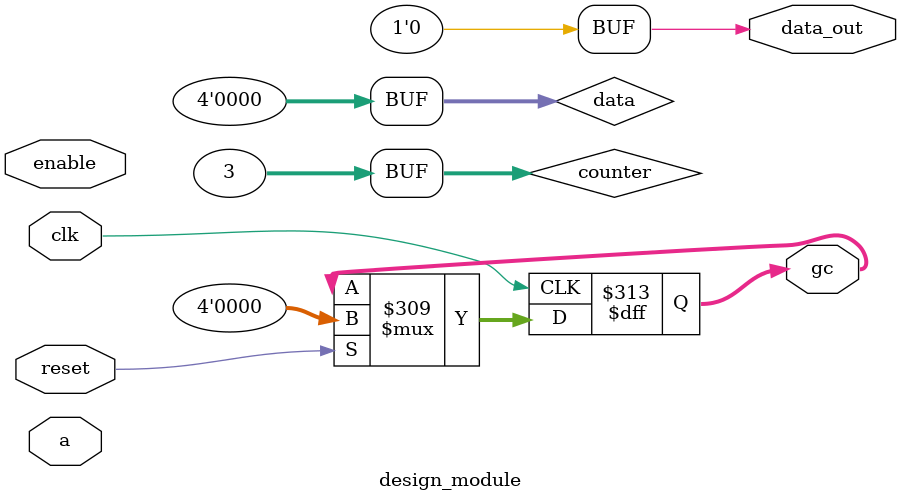
<source format=v>
`timescale 1ns / 1ps


module design_module
#(parameter N=4)
(input wire clk,
input wire enable,
input wire reset,
input wire [N-1:0]a,
output reg [N-1:0]gc,
output reg data_out
);
reg [N-1:0] data;
integer counter;
always @(posedge clk)
   begin
   if(reset)
       begin
        gc<=0;
        data=0;
      end
   if(enable && data_out)
    gc<=data;
   end

always @(a)
    begin
        counter=N-1;
        data=0;
        data_out=0;
    end

always @(data,counter)
    begin
    repeat(N)
    begin
        if(counter==N-1)
            data[counter]=a[counter];
        else
            data[counter]=a[counter]^a[counter+1];
        
       if(counter==0)
        begin
            data_out=1;
        end
        counter=counter-1;
    end
    end
endmodule

</source>
